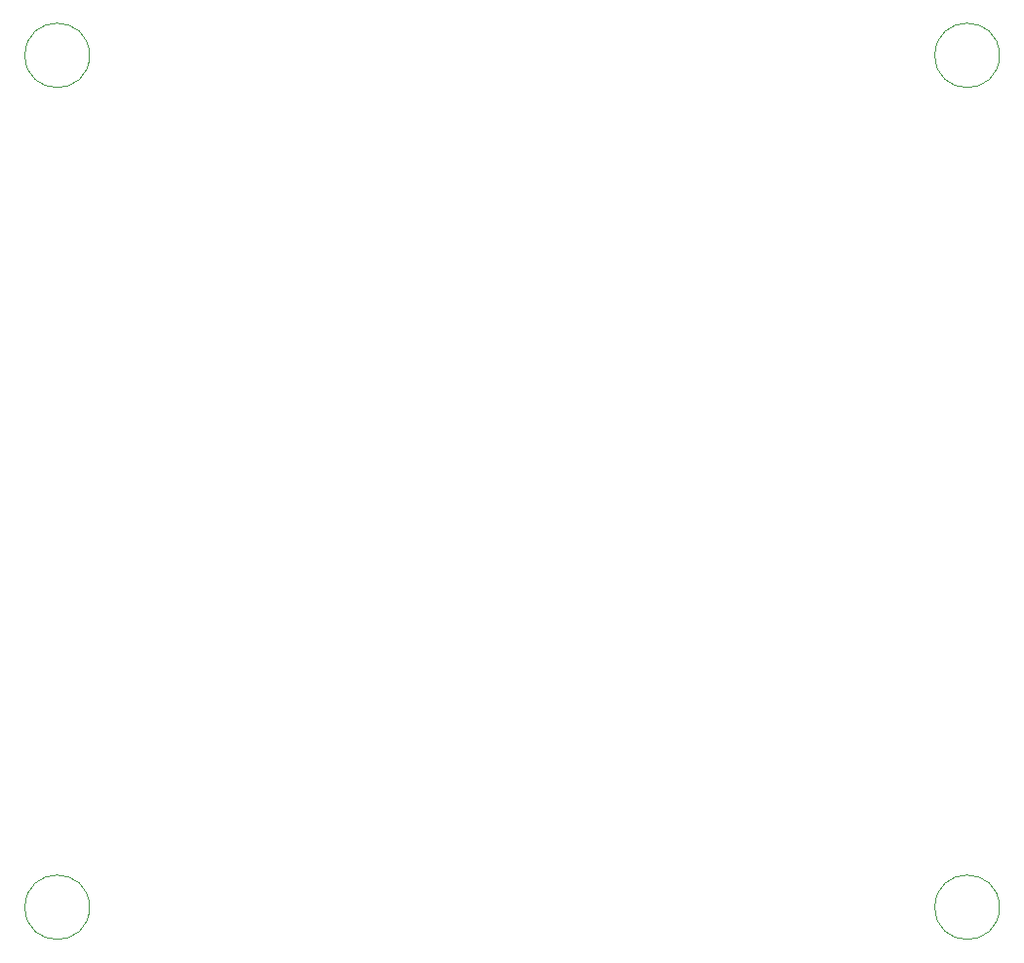
<source format=gko>
G04*
G04 #@! TF.GenerationSoftware,Altium Limited,Altium Designer,21.6.4 (81)*
G04*
G04 Layer_Color=16711935*
%FSLAX44Y44*%
%MOMM*%
G71*
G04*
G04 #@! TF.SameCoordinates,04AFCEB9-1927-4C3B-B3D4-275DD85C2008*
G04*
G04*
G04 #@! TF.FilePolarity,Positive*
G04*
G01*
G75*
%ADD14C,0.1000*%
D14*
X58000Y30000D02*
G03*
X58000Y30000I-28000J0D01*
G01*
X848000D02*
G03*
X848000Y30000I-28000J0D01*
G01*
X58000Y770000D02*
G03*
X58000Y770000I-28000J0D01*
G01*
X848000D02*
G03*
X848000Y770000I-28000J0D01*
G01*
M02*

</source>
